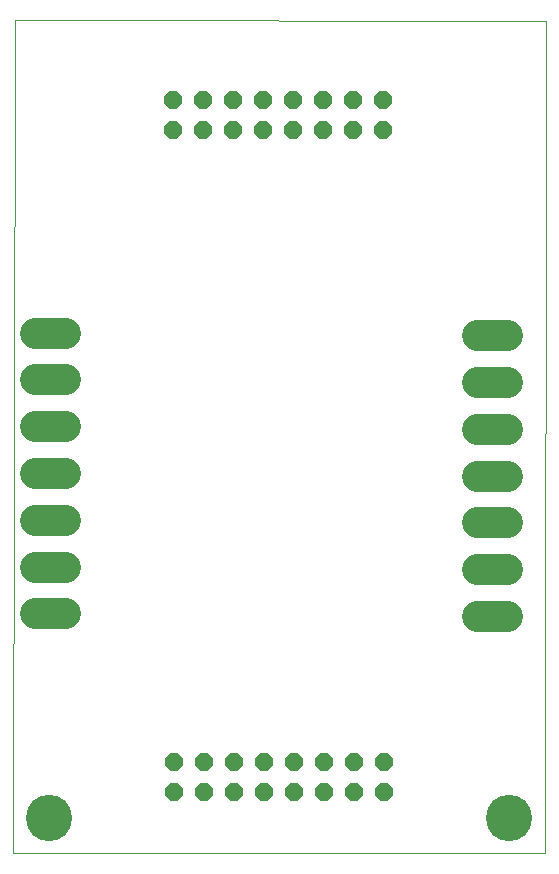
<source format=gts>
G75*
G70*
%OFA0B0*%
%FSLAX24Y24*%
%IPPOS*%
%LPD*%
%AMOC8*
5,1,8,0,0,1.08239X$1,22.5*
%
%ADD10C,0.0000*%
%ADD11C,0.1044*%
%ADD12OC8,0.0600*%
%ADD13C,0.1542*%
D10*
X000860Y000100D02*
X000900Y027856D01*
X018601Y027844D01*
X018577Y000100D01*
X000860Y000100D01*
D11*
X001587Y008096D02*
X002591Y008096D01*
X002591Y009655D02*
X001587Y009655D01*
X001587Y011214D02*
X002591Y011214D01*
X002591Y012773D02*
X001587Y012773D01*
X001587Y014332D02*
X002591Y014332D01*
X002591Y015891D02*
X001587Y015891D01*
X001587Y017450D02*
X002591Y017450D01*
X016311Y017364D02*
X017315Y017364D01*
X017315Y015805D02*
X016311Y015805D01*
X016311Y014246D02*
X017315Y014246D01*
X017315Y012687D02*
X016311Y012687D01*
X016311Y011128D02*
X017315Y011128D01*
X017315Y009569D02*
X016311Y009569D01*
X016311Y008009D02*
X017315Y008009D01*
D12*
X013215Y003155D03*
X013215Y002155D03*
X012215Y002155D03*
X012215Y003155D03*
X011215Y003155D03*
X011215Y002155D03*
X010215Y002155D03*
X010215Y003155D03*
X009215Y003155D03*
X009215Y002155D03*
X008215Y002155D03*
X008215Y003155D03*
X007215Y003155D03*
X007215Y002155D03*
X006215Y002155D03*
X006215Y003155D03*
X006199Y024198D03*
X006199Y025198D03*
X007199Y025198D03*
X007199Y024198D03*
X008199Y024198D03*
X008199Y025198D03*
X009199Y025198D03*
X009199Y024198D03*
X010199Y024198D03*
X010199Y025198D03*
X011199Y025198D03*
X011199Y024198D03*
X012199Y024198D03*
X012199Y025198D03*
X013199Y025198D03*
X013199Y024198D03*
D13*
X017396Y001281D03*
X002042Y001281D03*
M02*

</source>
